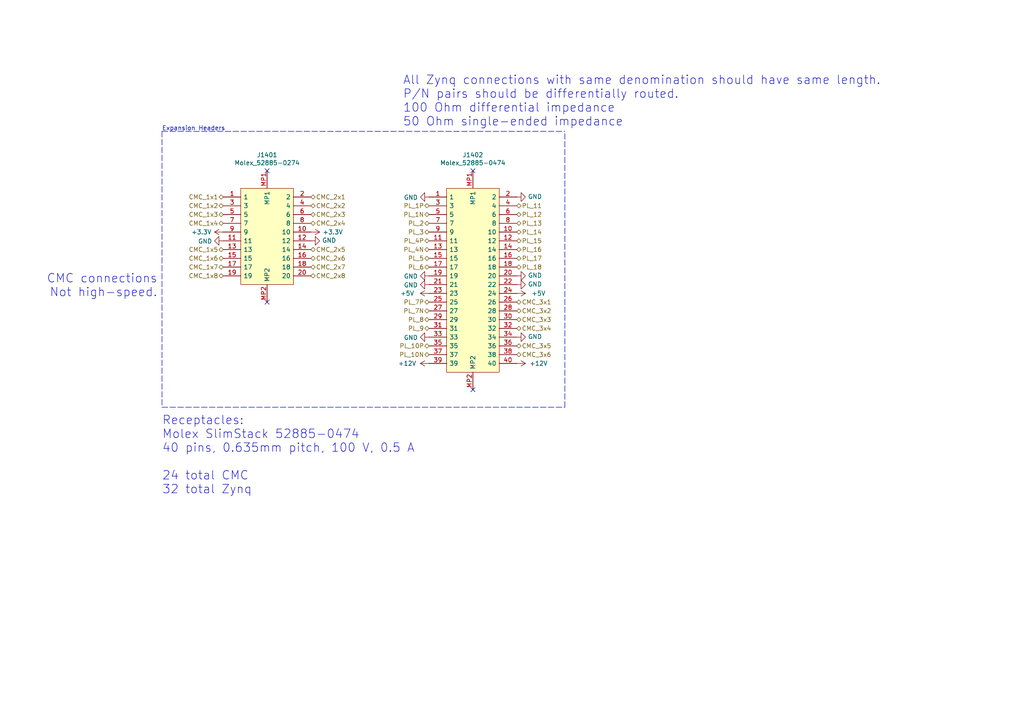
<source format=kicad_sch>
(kicad_sch (version 20231120) (generator "eeschema") (generator_version "8.0")
  (paper "A4")
  (title_block (title "Zynq-Based Master Controller") (date "2020-10-14") (rev "1.0") (company "JFH & SRM"))
  (lib_symbols
    (symbol "Vikings_connectors:Molex_52885-0274" (pin_names (offset 0.762))
      (property "Reference" "J" (at 34.29 12.7 0))
      (property "Value" "Molex_52885-0274" (at 34.29 10.16 0))
      (symbol "Molex_52885-0274_0_0"
        (pin passive line (at 7.62 -12.7 90) (length 5.08) (name "1") (number "1"))
        (pin passive line (at 17.78 12.7 270) (length 5.08) (name "10") (number "10"))
        (pin passive line (at 20.32 -12.7 90) (length 5.08) (name "11") (number "11"))
        (pin passive line (at 20.32 12.7 270) (length 5.08) (name "12") (number "12"))
        (pin passive line (at 22.86 -12.7 90) (length 5.08) (name "13") (number "13"))
        (pin passive line (at 22.86 12.7 270) (length 5.08) (name "14") (number "14"))
        (pin passive line (at 25.4 -12.7 90) (length 5.08) (name "15") (number "15"))
        (pin passive line (at 25.4 12.7 270) (length 5.08) (name "16") (number "16"))
        (pin passive line (at 27.94 -12.7 90) (length 5.08) (name "17") (number "17"))
        (pin passive line (at 27.94 12.7 270) (length 5.08) (name "18") (number "18"))
        (pin passive line (at 30.48 -12.7 90) (length 5.08) (name "19") (number "19"))
        (pin passive line (at 7.62 12.7 270) (length 5.08) (name "2") (number "2"))
        (pin passive line (at 30.48 12.7 270) (length 5.08) (name "20") (number "20"))
        (pin passive line (at 10.16 -12.7 90) (length 5.08) (name "3") (number "3"))
        (pin passive line (at 10.16 12.7 270) (length 5.08) (name "4") (number "4"))
        (pin passive line (at 12.7 -12.7 90) (length 5.08) (name "5") (number "5"))
        (pin passive line (at 12.7 12.7 270) (length 5.08) (name "6") (number "6"))
        (pin passive line (at 15.24 -12.7 90) (length 5.08) (name "7") (number "7"))
        (pin passive line (at 15.24 12.7 270) (length 5.08) (name "8") (number "8"))
        (pin passive line (at 17.78 -12.7 90) (length 5.08) (name "9") (number "9"))
        (pin passive line (at 0 0 0) (length 5.08) (name "MP1") (number "MP1"))
        (pin passive line (at 38.1 0 180) (length 5.08) (name "MP2") (number "MP2"))
      )
      (symbol "Molex_52885-0274_0_1"
        (polyline (pts (xy 5.08 7.62) (xy 33.02 7.62) (xy 33.02 -7.62) (xy 5.08 -7.62) (xy 5.08 7.62)) (fill (type background)))
      )
    )
    (symbol "Vikings_connectors:Molex_52885-0474" (pin_names (offset 0.762))
      (property "Reference" "J" (at 59.69 12.7 0))
      (property "Value" "Molex_52885-0474" (at 59.69 10.16 0))
      (symbol "Molex_52885-0474_0_0"
        (pin passive line (at 7.62 -12.7 90) (length 5.08) (name "1") (number "1"))
        (pin passive line (at 17.78 12.7 270) (length 5.08) (name "10") (number "10"))
        (pin passive line (at 20.32 -12.7 90) (length 5.08) (name "11") (number "11"))
        (pin passive line (at 20.32 12.7 270) (length 5.08) (name "12") (number "12"))
        (pin passive line (at 22.86 -12.7 90) (length 5.08) (name "13") (number "13"))
        (pin passive line (at 22.86 12.7 270) (length 5.08) (name "14") (number "14"))
        (pin passive line (at 25.4 -12.7 90) (length 5.08) (name "15") (number "15"))
        (pin passive line (at 25.4 12.7 270) (length 5.08) (name "16") (number "16"))
        (pin passive line (at 27.94 -12.7 90) (length 5.08) (name "17") (number "17"))
        (pin passive line (at 27.94 12.7 270) (length 5.08) (name "18") (number "18"))
        (pin passive line (at 30.48 -12.7 90) (length 5.08) (name "19") (number "19"))
        (pin passive line (at 7.62 12.7 270) (length 5.08) (name "2") (number "2"))
        (pin passive line (at 30.48 12.7 270) (length 5.08) (name "20") (number "20"))
        (pin passive line (at 33.02 -12.7 90) (length 5.08) (name "21") (number "21"))
        (pin passive line (at 33.02 12.7 270) (length 5.08) (name "22") (number "22"))
        (pin passive line (at 35.56 -12.7 90) (length 5.08) (name "23") (number "23"))
        (pin passive line (at 35.56 12.7 270) (length 5.08) (name "24") (number "24"))
        (pin passive line (at 38.1 -12.7 90) (length 5.08) (name "25") (number "25"))
        (pin passive line (at 38.1 12.7 270) (length 5.08) (name "26") (number "26"))
        (pin passive line (at 40.64 -12.7 90) (length 5.08) (name "27") (number "27"))
        (pin passive line (at 40.64 12.7 270) (length 5.08) (name "28") (number "28"))
        (pin passive line (at 43.18 -12.7 90) (length 5.08) (name "29") (number "29"))
        (pin passive line (at 10.16 -12.7 90) (length 5.08) (name "3") (number "3"))
        (pin passive line (at 43.18 12.7 270) (length 5.08) (name "30") (number "30"))
        (pin passive line (at 45.72 -12.7 90) (length 5.08) (name "31") (number "31"))
        (pin passive line (at 45.72 12.7 270) (length 5.08) (name "32") (number "32"))
        (pin passive line (at 48.26 -12.7 90) (length 5.08) (name "33") (number "33"))
        (pin passive line (at 48.26 12.7 270) (length 5.08) (name "34") (number "34"))
        (pin passive line (at 50.8 -12.7 90) (length 5.08) (name "35") (number "35"))
        (pin passive line (at 50.8 12.7 270) (length 5.08) (name "36") (number "36"))
        (pin passive line (at 53.34 -12.7 90) (length 5.08) (name "37") (number "37"))
        (pin passive line (at 53.34 12.7 270) (length 5.08) (name "38") (number "38"))
        (pin passive line (at 55.88 -12.7 90) (length 5.08) (name "39") (number "39"))
        (pin passive line (at 10.16 12.7 270) (length 5.08) (name "4") (number "4"))
        (pin passive line (at 55.88 12.7 270) (length 5.08) (name "40") (number "40"))
        (pin passive line (at 12.7 -12.7 90) (length 5.08) (name "5") (number "5"))
        (pin passive line (at 12.7 12.7 270) (length 5.08) (name "6") (number "6"))
        (pin passive line (at 15.24 -12.7 90) (length 5.08) (name "7") (number "7"))
        (pin passive line (at 15.24 12.7 270) (length 5.08) (name "8") (number "8"))
        (pin passive line (at 17.78 -12.7 90) (length 5.08) (name "9") (number "9"))
        (pin passive line (at 0 0 0) (length 5.08) (name "MP1") (number "MP1"))
        (pin passive line (at 63.5 0 180) (length 5.08) (name "MP2") (number "MP2"))
      )
      (symbol "Molex_52885-0474_0_1"
        (polyline (pts (xy 5.08 7.62) (xy 58.42 7.62) (xy 58.42 -7.62) (xy 5.08 -7.62) (xy 5.08 7.62)) (fill (type background)))
      )
    )
    (symbol "power:+12V" (power) (pin_numbers hide) (pin_names (offset 0) hide)
      (property "Value" "+12V" (at 0 3.556 0))
      (symbol "+12V_0_1"
        (polyline (pts (xy -0.762 1.27) (xy 0 2.54)))
        (polyline (pts (xy 0 0) (xy 0 2.54)))
        (polyline (pts (xy 0 2.54) (xy 0.762 1.27)))
      )
      (symbol "+12V_1_1"
        (pin power_in line (at 0 0 90) (length 0) (name "~") (number "1"))
      )
    )
    (symbol "power:+3.3V" (power) (pin_numbers hide) (pin_names (offset 0) hide)
      (property "Value" "+3.3V" (at 0 3.556 0))
      (symbol "+3.3V_0_1"
        (polyline (pts (xy -0.762 1.27) (xy 0 2.54)))
        (polyline (pts (xy 0 0) (xy 0 2.54)))
        (polyline (pts (xy 0 2.54) (xy 0.762 1.27)))
      )
      (symbol "+3.3V_1_1"
        (pin power_in line (at 0 0 90) (length 0) (name "~") (number "1"))
      )
    )
    (symbol "power:+5V" (power) (pin_numbers hide) (pin_names (offset 0) hide)
      (property "Value" "+5V" (at 0 3.556 0))
      (symbol "+5V_0_1"
        (polyline (pts (xy -0.762 1.27) (xy 0 2.54)))
        (polyline (pts (xy 0 0) (xy 0 2.54)))
        (polyline (pts (xy 0 2.54) (xy 0.762 1.27)))
      )
      (symbol "+5V_1_1"
        (pin power_in line (at 0 0 90) (length 0) (name "~") (number "1"))
      )
    )
    (symbol "power:GND" (power) (pin_numbers hide) (pin_names (offset 0) hide)
      (property "Value" "GND" (at 0 -3.81 0))
      (symbol "GND_0_1"
        (polyline (pts (xy 0 0) (xy 0 -1.27) (xy 1.27 -1.27) (xy 0 -2.54) (xy -1.27 -1.27) (xy 0 -1.27)))
      )
      (symbol "GND_1_1"
        (pin power_in line (at 0 0 270) (length 0) (name "~") (number "1"))
      )
    )
  )
  (no_connect (at 137.16 113.03))
  (no_connect (at 137.16 49.53))
  (no_connect (at 77.47 49.53))
  (no_connect (at 77.47 87.63))
  (polyline (pts (xy 46.99 38.1) (xy 163.83 38.1)) (stroke (width 0) (type dash)))
  (polyline (pts (xy 163.83 118.11) (xy 163.83 38.1)) (stroke (width 0) (type dash)))
  (polyline (pts (xy 46.99 118.11) (xy 163.83 118.11)) (stroke (width 0) (type dash)))
  (polyline (pts (xy 46.99 38.1) (xy 46.99 118.11)) (stroke (width 0) (type dash)))
  (text "Expansion Headers" (at 46.99 38.1 0) (effects (font (size 1.27 1.27)) (justify left bottom)))
  (text "Receptacles:\nMolex SlimStack 52885-0474\n40 pins, 0.635mm pitch, 100 V, 0.5 A\n\n24 total CMC\n32 total Zynq" (at 46.99 143.51 0) (effects (font (size 2.4892 2.4892)) (justify left bottom)))
  (text "All Zynq connections with same denomination should have same length.\nP/N pairs should be differentially routed.\n100 Ohm differential impedance\n50 Ohm single-ended impedance" (at 116.84 36.83 0) (effects (font (size 2.4892 2.4892)) (justify left bottom)))
  (text "CMC connections\nNot high-speed." (at 45.72 86.36 0) (effects (font (size 2.4892 2.4892)) (justify right bottom)))
  (hierarchical_label "PL_6" (shape bidirectional) (at 124.46 77.47 180))
  (hierarchical_label "PL_9" (shape bidirectional) (at 124.46 95.25 180))
  (hierarchical_label "CMC_3x2" (shape bidirectional) (at 149.86 90.17 0))
  (hierarchical_label "CMC_2x1" (shape bidirectional) (at 90.17 57.15 0))
  (hierarchical_label "CMC_1x5" (shape bidirectional) (at 64.77 72.39 180))
  (hierarchical_label "PL_17" (shape bidirectional) (at 149.86 74.93 0))
  (hierarchical_label "CMC_2x5" (shape bidirectional) (at 90.17 72.39 0))
  (hierarchical_label "PL_12" (shape bidirectional) (at 149.86 62.23 0))
  (hierarchical_label "PL_1N" (shape bidirectional) (at 124.46 62.23 180))
  (hierarchical_label "PL_8" (shape bidirectional) (at 124.46 92.71 180))
  (hierarchical_label "CMC_1x4" (shape bidirectional) (at 64.77 64.77 180))
  (hierarchical_label "CMC_3x5" (shape bidirectional) (at 149.86 100.33 0))
  (hierarchical_label "PL_11" (shape bidirectional) (at 149.86 59.69 0))
  (hierarchical_label "PL_16" (shape bidirectional) (at 149.86 72.39 0))
  (hierarchical_label "PL_18" (shape bidirectional) (at 149.86 77.47 0))
  (hierarchical_label "CMC_1x6" (shape bidirectional) (at 64.77 74.93 180))
  (hierarchical_label "PL_10N" (shape bidirectional) (at 124.46 102.87 180))
  (hierarchical_label "CMC_3x3" (shape bidirectional) (at 149.86 92.71 0))
  (hierarchical_label "CMC_2x2" (shape bidirectional) (at 90.17 59.69 0))
  (hierarchical_label "PL_7N" (shape bidirectional) (at 124.46 90.17 180))
  (hierarchical_label "PL_5" (shape bidirectional) (at 124.46 74.93 180))
  (hierarchical_label "PL_4P" (shape bidirectional) (at 124.46 69.85 180))
  (hierarchical_label "CMC_2x8" (shape bidirectional) (at 90.17 80.01 0))
  (hierarchical_label "CMC_1x1" (shape bidirectional) (at 64.77 57.15 180))
  (hierarchical_label "CMC_1x8" (shape bidirectional) (at 64.77 80.01 180))
  (hierarchical_label "PL_7P" (shape bidirectional) (at 124.46 87.63 180))
  (hierarchical_label "CMC_1x3" (shape bidirectional) (at 64.77 62.23 180))
  (hierarchical_label "CMC_2x6" (shape bidirectional) (at 90.17 74.93 0))
  (hierarchical_label "CMC_2x3" (shape bidirectional) (at 90.17 62.23 0))
  (hierarchical_label "CMC_2x7" (shape bidirectional) (at 90.17 77.47 0))
  (hierarchical_label "PL_3" (shape bidirectional) (at 124.46 67.31 180))
  (hierarchical_label "CMC_3x4" (shape bidirectional) (at 149.86 95.25 0))
  (hierarchical_label "CMC_2x4" (shape bidirectional) (at 90.17 64.77 0))
  (hierarchical_label "PL_4N" (shape bidirectional) (at 124.46 72.39 180))
  (hierarchical_label "PL_14" (shape bidirectional) (at 149.86 67.31 0))
  (hierarchical_label "PL_13" (shape bidirectional) (at 149.86 64.77 0))
  (hierarchical_label "CMC_1x7" (shape bidirectional) (at 64.77 77.47 180))
  (hierarchical_label "PL_10P" (shape bidirectional) (at 124.46 100.33 180))
  (hierarchical_label "PL_15" (shape bidirectional) (at 149.86 69.85 0))
  (hierarchical_label "CMC_1x2" (shape bidirectional) (at 64.77 59.69 180))
  (hierarchical_label "PL_1P" (shape bidirectional) (at 124.46 59.69 180))
  (hierarchical_label "PL_2" (shape bidirectional) (at 124.46 64.77 180))
  (hierarchical_label "CMC_3x1" (shape bidirectional) (at 149.86 87.63 0))
  (hierarchical_label "CMC_3x6" (shape bidirectional) (at 149.86 102.87 0))
  (symbol (lib_id "Vikings_connectors:Molex_52885-0474") (at 137.16 49.53 270) (unit 1)
    (property "Reference" "J1402" (at 137.16 44.9326 90))
    (property "Value" "Molex_52885-0474" (at 137.16 47.244 90))
    (property "Footprint" "Vikings_connectors:Molex_528850474" (effects (hide yes)))
    (property "Datasheet" "http://www.mouser.com/datasheet/2/276/0528850474_PCB_RECEPTACLES-170826.pdf" (effects (hide yes)))
    (property "Description" "Molex SLIMSTACK Series 0.635mm 40 Way 2 Row Straight PCB Socket Surface Mount Board to Board" (effects (hide yes)))
    (property "Height" "4.4" (effects (hide yes)))
    (property "Manufacturer_Name" "Molex" (effects (hide yes)))
    (property "Manufacturer_Part_Number" "52885-0474" (effects (hide yes)))
    (property "Arrow Part Number" "52885-0474" (effects (hide yes)))
    (property "Mouser Part Number" "538-52885-0474" (effects (hide yes)))
    (property "Mouser Price/Stock" "https://www.mouser.co.uk/ProductDetail/Molex/52885-0474?qs=XMKc5qFqEO1F75enjbOFmQ%3D%3D" (effects (hide yes)))
  )
  (symbol (lib_id "power:+5V") (at 124.46 85.09 90) (unit 1)
    (property "Reference" "#PWR0419" (effects (hide yes)))
    (property "Value" "+5V" (at 118.11 85.09 90))
  )
  (symbol (lib_id "power:+3.3V") (at 64.77 67.31 90) (unit 1)
    (property "Reference" "#PWR0420" (effects (hide yes)))
    (property "Value" "+3.3V" (at 58.42 67.31 90))
  )
  (symbol (lib_id "power:+3.3V") (at 90.17 67.31 270) (unit 1)
    (property "Reference" "#PWR0421" (effects (hide yes)))
    (property "Value" "+3.3V" (at 96.52 67.31 90))
  )
  (symbol (lib_id "power:+12V") (at 149.86 105.41 270) (unit 1)
    (property "Reference" "#PWR0432" (effects (hide yes)))
    (property "Value" "+12V" (at 156.21 105.41 90))
  )
  (symbol (lib_id "power:+12V") (at 124.46 105.41 90) (unit 1)
    (property "Reference" "#PWR0422" (effects (hide yes)))
    (property "Value" "+12V" (at 118.11 105.41 90))
  )
  (symbol (lib_id "power:GND") (at 124.46 80.01 270) (unit 1)
    (property "Reference" "#PWR0425" (effects (hide yes)))
    (property "Value" "GND" (at 121.2088 80.137 90) (effects (justify right)))
  )
  (symbol (lib_id "power:GND") (at 124.46 82.55 270) (unit 1)
    (property "Reference" "#PWR0427" (effects (hide yes)))
    (property "Value" "GND" (at 121.2088 82.677 90) (effects (justify right)))
  )
  (symbol (lib_id "power:GND") (at 149.86 57.15 90) (unit 1)
    (property "Reference" "#PWR0430" (effects (hide yes)))
    (property "Value" "GND" (at 153.1112 57.023 90) (effects (justify right)))
  )
  (symbol (lib_id "power:GND") (at 149.86 97.79 90) (unit 1)
    (property "Reference" "#PWR0428" (effects (hide yes)))
    (property "Value" "GND" (at 153.1112 97.663 90) (effects (justify right)))
  )
  (symbol (lib_id "power:GND") (at 149.86 82.55 90) (unit 1)
    (property "Reference" "#PWR0429" (effects (hide yes)))
    (property "Value" "GND" (at 153.1112 82.423 90) (effects (justify right)))
  )
  (symbol (lib_id "power:GND") (at 124.46 97.79 270) (unit 1)
    (property "Reference" "#PWR0431" (effects (hide yes)))
    (property "Value" "GND" (at 121.2088 97.917 90) (effects (justify right)))
  )
  (symbol (lib_id "power:GND") (at 90.17 69.85 90) (unit 1)
    (property "Reference" "#PWR0435" (effects (hide yes)))
    (property "Value" "GND" (at 93.4212 69.723 90) (effects (justify right)))
  )
  (symbol (lib_id "power:GND") (at 64.77 69.85 270) (unit 1)
    (property "Reference" "#PWR0436" (effects (hide yes)))
    (property "Value" "GND" (at 61.5188 69.977 90) (effects (justify right)))
  )
  (symbol (lib_id "power:GND") (at 124.46 57.15 270) (unit 1)
    (property "Reference" "#PWR0437" (effects (hide yes)))
    (property "Value" "GND" (at 121.2088 57.277 90) (effects (justify right)))
  )
  (symbol (lib_id "power:+5V") (at 149.86 85.09 270) (unit 1)
    (property "Reference" "#PWR0316" (effects (hide yes)))
    (property "Value" "+5V" (at 156.21 85.09 90))
  )
  (symbol (lib_id "power:GND") (at 149.86 80.01 90) (unit 1)
    (property "Reference" "#PWR0438" (effects (hide yes)))
    (property "Value" "GND" (at 153.1112 79.883 90) (effects (justify right)))
  )
  (symbol (lib_id "Vikings_connectors:Molex_52885-0274") (at 77.47 49.53 270) (unit 1)
    (property "Reference" "J1401" (at 77.47 44.9326 90))
    (property "Value" "Molex_52885-0274" (at 77.47 47.244 90))
    (property "Footprint" "Vikings_connectors:Molex_528850274" (effects (hide yes)))
    (property "Datasheet" "https://www.molex.com/webdocs/datasheets/pdf/en-us/0528850274_PCB_RECEPTACLES.pdf" (effects (hide yes)))
    (property "Description" "Molex SLIMSTACK Series 0.64mm 20 Way 2 Row Straight PCB Socket Surface Mount Board to Board" (effects (hide yes)))
    (property "Height" "4" (effects (hide yes)))
    (property "Manufacturer_Name" "Molex" (effects (hide yes)))
    (property "Manufacturer_Part_Number" "52885-0274" (effects (hide yes)))
    (property "Mouser Part Number" "538-52885-0274" (effects (hide yes)))
    (property "Mouser Price/Stock" "https://www.mouser.co.uk/ProductDetail/Molex/52885-0274?qs=%252BPJ3Ll1xQNYiQig4hWY5jQ%3D%3D" (effects (hide yes)))
  )
)
</source>
